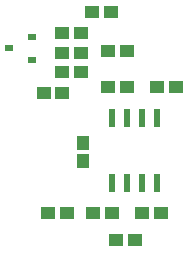
<source format=gtp>
G04*
G04 #@! TF.GenerationSoftware,Altium Limited,Altium Designer,22.5.1 (42)*
G04*
G04 Layer_Color=8421504*
%FSLAX25Y25*%
%MOIN*%
G70*
G04*
G04 #@! TF.SameCoordinates,3A988065-C8E6-409E-8F77-962EE0EB2120*
G04*
G04*
G04 #@! TF.FilePolarity,Positive*
G04*
G01*
G75*
%ADD12R,0.02400X0.06000*%
%ADD13R,0.04528X0.04331*%
%ADD14R,0.04331X0.04528*%
%ADD15R,0.02756X0.02362*%
D12*
X48000Y28250D02*
D03*
X53000D02*
D03*
X58000D02*
D03*
X63000D02*
D03*
Y49750D02*
D03*
X58000D02*
D03*
X53000D02*
D03*
X48000D02*
D03*
D13*
X37799Y71500D02*
D03*
X31500D02*
D03*
Y78000D02*
D03*
X37799D02*
D03*
X47650Y85000D02*
D03*
X41350D02*
D03*
X58000Y18000D02*
D03*
X64299D02*
D03*
X55650Y9000D02*
D03*
X49350D02*
D03*
X41701Y18000D02*
D03*
X48000D02*
D03*
X33150D02*
D03*
X26850D02*
D03*
X63000Y60000D02*
D03*
X69299D02*
D03*
X46701D02*
D03*
X53000D02*
D03*
X53150Y72000D02*
D03*
X46850D02*
D03*
X31500Y65000D02*
D03*
X37799D02*
D03*
X25201Y58000D02*
D03*
X31500D02*
D03*
D14*
X38500Y41650D02*
D03*
Y35350D02*
D03*
D15*
X21437Y69260D02*
D03*
Y76740D02*
D03*
X13563Y73000D02*
D03*
M02*

</source>
